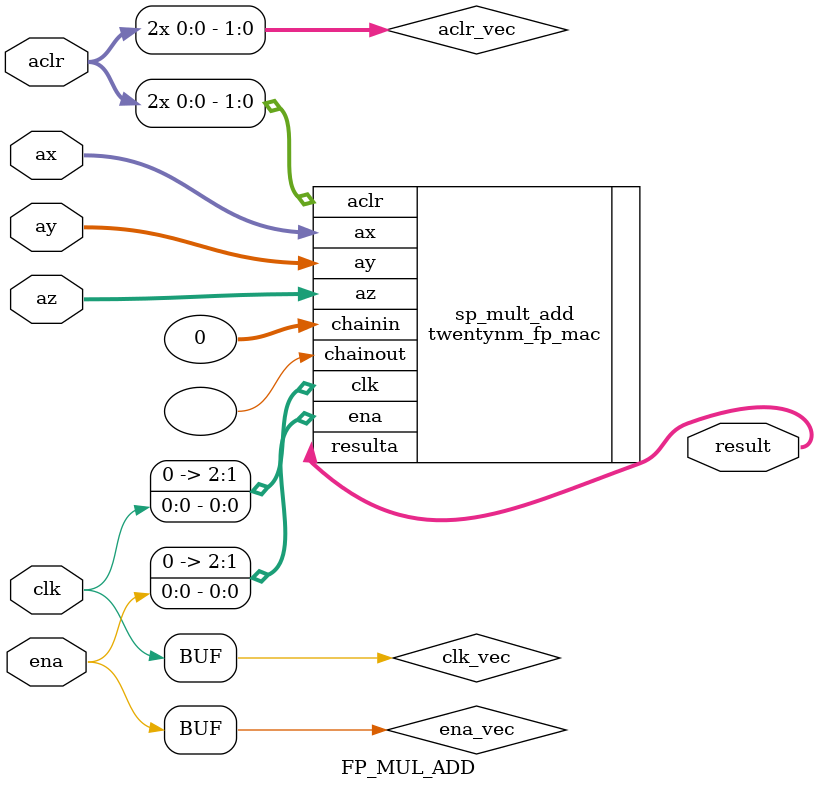
<source format=v>
module FP_MUL_ADD(
    input  wire                          clk,
    input  wire                          ena,
    input  wire		                    aclr,
    input  wire [31:0]                   ax,
    input  wire [31:0]                   ay,
    input  wire [31:0]                   az,
    output wire [31:0]                   result

	);
    wire [1-1:0] clk_vec;
    wire [1-1:0] ena_vec;
	wire [1:0]                   aclr_vec;
    assign clk_vec[0] = clk;
    assign ena_vec[0] = ena;
	assign aclr_vec[1] = aclr;
    assign aclr_vec[0] = aclr;

twentynm_fp_mac  #(
    .ax_clock("0"),
    .ay_clock("0"),
    .az_clock("0"),
    .output_clock("0"),
    .accumulate_clock("NONE"),
    .ax_chainin_pl_clock("0"),
    .accum_pipeline_clock("NONE"),
    .mult_pipeline_clock("0"),
    .adder_input_clock("0"),
    .accum_adder_clock("NONE"),
    .use_chainin("false"),
    .operation_mode("sp_mult_add"),
    .adder_subtract("false")
) sp_mult_add (
    .clk({1'b0,1'b0,clk_vec[0]}),
    .ena({1'b0,1'b0,ena_vec[0]}),
    .aclr(aclr_vec),
    .ax(ax),
    .ay(ay),
    .az(az),

    .chainin(32'b0),
    .resulta(result),
    .chainout()
);
endmodule
</source>
